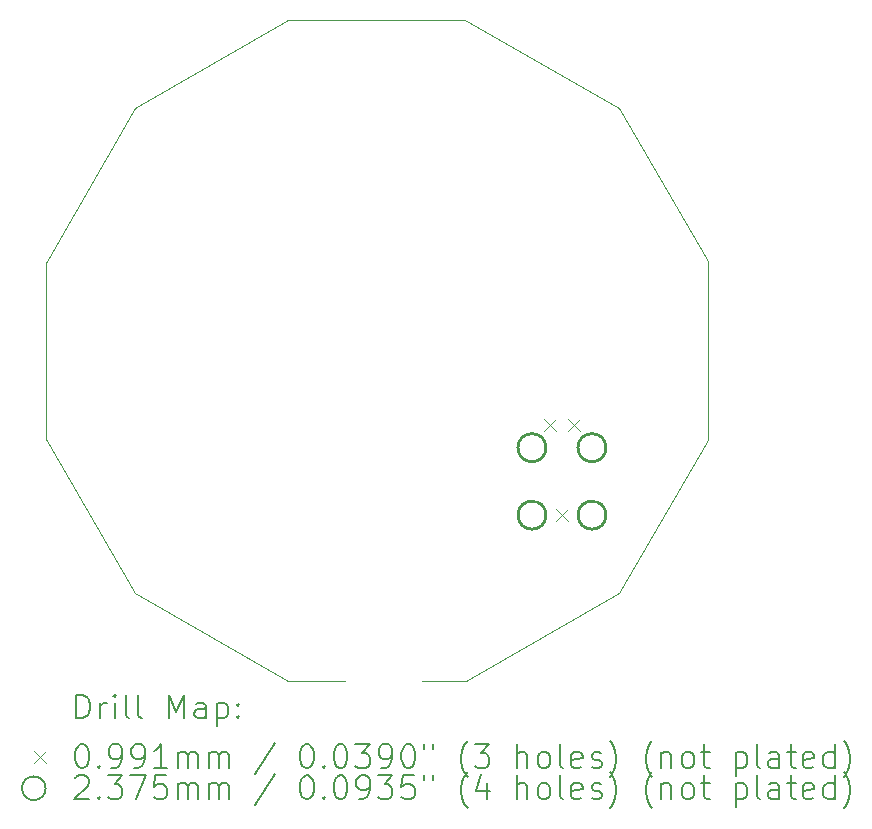
<source format=gbr>
%TF.GenerationSoftware,KiCad,Pcbnew,7.0.5-7.0.5~ubuntu22.04.1*%
%TF.CreationDate,2023-06-05T00:28:18-04:00*%
%TF.ProjectId,reaction-trainer,72656163-7469-46f6-9e2d-747261696e65,1.0*%
%TF.SameCoordinates,Original*%
%TF.FileFunction,Drillmap*%
%TF.FilePolarity,Positive*%
%FSLAX45Y45*%
G04 Gerber Fmt 4.5, Leading zero omitted, Abs format (unit mm)*
G04 Created by KiCad (PCBNEW 7.0.5-7.0.5~ubuntu22.04.1) date 2023-06-05 00:28:18*
%MOMM*%
%LPD*%
G01*
G04 APERTURE LIST*
%ADD10C,0.100000*%
%ADD11C,0.200000*%
%ADD12C,0.099060*%
%ADD13C,0.237490*%
G04 APERTURE END LIST*
D10*
X11450000Y-6950000D02*
X12745000Y-6200000D01*
X15550000Y-6950000D02*
X14250000Y-6200000D01*
X10700000Y-8255000D02*
X11450000Y-6950000D01*
X16300000Y-8245000D02*
X15550000Y-6950000D01*
X15550000Y-11050000D02*
X16300000Y-9755000D01*
X14255000Y-11796780D02*
X15550000Y-11050000D01*
X11450000Y-11050000D02*
X12745000Y-11796780D01*
X10700000Y-9750000D02*
X11450000Y-11050000D01*
X13881680Y-11796780D02*
X14255000Y-11796780D01*
X13226680Y-11796780D02*
X12745000Y-11796780D01*
X16300000Y-8245000D02*
X16300000Y-9755000D01*
X12745000Y-6200000D02*
X14250000Y-6200000D01*
X10700000Y-9750000D02*
X10700000Y-8255000D01*
D11*
D12*
X14916150Y-9582150D02*
X15015210Y-9681210D01*
X15015210Y-9582150D02*
X14916150Y-9681210D01*
X15017750Y-10344150D02*
X15116810Y-10443210D01*
X15116810Y-10344150D02*
X15017750Y-10443210D01*
X15119350Y-9582150D02*
X15218410Y-9681210D01*
X15218410Y-9582150D02*
X15119350Y-9681210D01*
D13*
X14932025Y-9822180D02*
G75*
G03*
X14932025Y-9822180I-118745J0D01*
G01*
X14932025Y-10393680D02*
G75*
G03*
X14932025Y-10393680I-118745J0D01*
G01*
X15440025Y-9822180D02*
G75*
G03*
X15440025Y-9822180I-118745J0D01*
G01*
X15440025Y-10393680D02*
G75*
G03*
X15440025Y-10393680I-118745J0D01*
G01*
D11*
X10955777Y-12113264D02*
X10955777Y-11913264D01*
X10955777Y-11913264D02*
X11003396Y-11913264D01*
X11003396Y-11913264D02*
X11031967Y-11922788D01*
X11031967Y-11922788D02*
X11051015Y-11941835D01*
X11051015Y-11941835D02*
X11060539Y-11960883D01*
X11060539Y-11960883D02*
X11070063Y-11998978D01*
X11070063Y-11998978D02*
X11070063Y-12027549D01*
X11070063Y-12027549D02*
X11060539Y-12065645D01*
X11060539Y-12065645D02*
X11051015Y-12084692D01*
X11051015Y-12084692D02*
X11031967Y-12103740D01*
X11031967Y-12103740D02*
X11003396Y-12113264D01*
X11003396Y-12113264D02*
X10955777Y-12113264D01*
X11155777Y-12113264D02*
X11155777Y-11979930D01*
X11155777Y-12018026D02*
X11165301Y-11998978D01*
X11165301Y-11998978D02*
X11174824Y-11989454D01*
X11174824Y-11989454D02*
X11193872Y-11979930D01*
X11193872Y-11979930D02*
X11212920Y-11979930D01*
X11279586Y-12113264D02*
X11279586Y-11979930D01*
X11279586Y-11913264D02*
X11270062Y-11922788D01*
X11270062Y-11922788D02*
X11279586Y-11932311D01*
X11279586Y-11932311D02*
X11289110Y-11922788D01*
X11289110Y-11922788D02*
X11279586Y-11913264D01*
X11279586Y-11913264D02*
X11279586Y-11932311D01*
X11403396Y-12113264D02*
X11384348Y-12103740D01*
X11384348Y-12103740D02*
X11374824Y-12084692D01*
X11374824Y-12084692D02*
X11374824Y-11913264D01*
X11508158Y-12113264D02*
X11489110Y-12103740D01*
X11489110Y-12103740D02*
X11479586Y-12084692D01*
X11479586Y-12084692D02*
X11479586Y-11913264D01*
X11736729Y-12113264D02*
X11736729Y-11913264D01*
X11736729Y-11913264D02*
X11803396Y-12056121D01*
X11803396Y-12056121D02*
X11870062Y-11913264D01*
X11870062Y-11913264D02*
X11870062Y-12113264D01*
X12051015Y-12113264D02*
X12051015Y-12008502D01*
X12051015Y-12008502D02*
X12041491Y-11989454D01*
X12041491Y-11989454D02*
X12022443Y-11979930D01*
X12022443Y-11979930D02*
X11984348Y-11979930D01*
X11984348Y-11979930D02*
X11965301Y-11989454D01*
X12051015Y-12103740D02*
X12031967Y-12113264D01*
X12031967Y-12113264D02*
X11984348Y-12113264D01*
X11984348Y-12113264D02*
X11965301Y-12103740D01*
X11965301Y-12103740D02*
X11955777Y-12084692D01*
X11955777Y-12084692D02*
X11955777Y-12065645D01*
X11955777Y-12065645D02*
X11965301Y-12046597D01*
X11965301Y-12046597D02*
X11984348Y-12037073D01*
X11984348Y-12037073D02*
X12031967Y-12037073D01*
X12031967Y-12037073D02*
X12051015Y-12027549D01*
X12146253Y-11979930D02*
X12146253Y-12179930D01*
X12146253Y-11989454D02*
X12165301Y-11979930D01*
X12165301Y-11979930D02*
X12203396Y-11979930D01*
X12203396Y-11979930D02*
X12222443Y-11989454D01*
X12222443Y-11989454D02*
X12231967Y-11998978D01*
X12231967Y-11998978D02*
X12241491Y-12018026D01*
X12241491Y-12018026D02*
X12241491Y-12075168D01*
X12241491Y-12075168D02*
X12231967Y-12094216D01*
X12231967Y-12094216D02*
X12222443Y-12103740D01*
X12222443Y-12103740D02*
X12203396Y-12113264D01*
X12203396Y-12113264D02*
X12165301Y-12113264D01*
X12165301Y-12113264D02*
X12146253Y-12103740D01*
X12327205Y-12094216D02*
X12336729Y-12103740D01*
X12336729Y-12103740D02*
X12327205Y-12113264D01*
X12327205Y-12113264D02*
X12317682Y-12103740D01*
X12317682Y-12103740D02*
X12327205Y-12094216D01*
X12327205Y-12094216D02*
X12327205Y-12113264D01*
X12327205Y-11989454D02*
X12336729Y-11998978D01*
X12336729Y-11998978D02*
X12327205Y-12008502D01*
X12327205Y-12008502D02*
X12317682Y-11998978D01*
X12317682Y-11998978D02*
X12327205Y-11989454D01*
X12327205Y-11989454D02*
X12327205Y-12008502D01*
D12*
X10595940Y-12392250D02*
X10695000Y-12491310D01*
X10695000Y-12392250D02*
X10595940Y-12491310D01*
D11*
X10993872Y-12333264D02*
X11012920Y-12333264D01*
X11012920Y-12333264D02*
X11031967Y-12342788D01*
X11031967Y-12342788D02*
X11041491Y-12352311D01*
X11041491Y-12352311D02*
X11051015Y-12371359D01*
X11051015Y-12371359D02*
X11060539Y-12409454D01*
X11060539Y-12409454D02*
X11060539Y-12457073D01*
X11060539Y-12457073D02*
X11051015Y-12495168D01*
X11051015Y-12495168D02*
X11041491Y-12514216D01*
X11041491Y-12514216D02*
X11031967Y-12523740D01*
X11031967Y-12523740D02*
X11012920Y-12533264D01*
X11012920Y-12533264D02*
X10993872Y-12533264D01*
X10993872Y-12533264D02*
X10974824Y-12523740D01*
X10974824Y-12523740D02*
X10965301Y-12514216D01*
X10965301Y-12514216D02*
X10955777Y-12495168D01*
X10955777Y-12495168D02*
X10946253Y-12457073D01*
X10946253Y-12457073D02*
X10946253Y-12409454D01*
X10946253Y-12409454D02*
X10955777Y-12371359D01*
X10955777Y-12371359D02*
X10965301Y-12352311D01*
X10965301Y-12352311D02*
X10974824Y-12342788D01*
X10974824Y-12342788D02*
X10993872Y-12333264D01*
X11146253Y-12514216D02*
X11155777Y-12523740D01*
X11155777Y-12523740D02*
X11146253Y-12533264D01*
X11146253Y-12533264D02*
X11136729Y-12523740D01*
X11136729Y-12523740D02*
X11146253Y-12514216D01*
X11146253Y-12514216D02*
X11146253Y-12533264D01*
X11251015Y-12533264D02*
X11289110Y-12533264D01*
X11289110Y-12533264D02*
X11308158Y-12523740D01*
X11308158Y-12523740D02*
X11317682Y-12514216D01*
X11317682Y-12514216D02*
X11336729Y-12485645D01*
X11336729Y-12485645D02*
X11346253Y-12447549D01*
X11346253Y-12447549D02*
X11346253Y-12371359D01*
X11346253Y-12371359D02*
X11336729Y-12352311D01*
X11336729Y-12352311D02*
X11327205Y-12342788D01*
X11327205Y-12342788D02*
X11308158Y-12333264D01*
X11308158Y-12333264D02*
X11270062Y-12333264D01*
X11270062Y-12333264D02*
X11251015Y-12342788D01*
X11251015Y-12342788D02*
X11241491Y-12352311D01*
X11241491Y-12352311D02*
X11231967Y-12371359D01*
X11231967Y-12371359D02*
X11231967Y-12418978D01*
X11231967Y-12418978D02*
X11241491Y-12438026D01*
X11241491Y-12438026D02*
X11251015Y-12447549D01*
X11251015Y-12447549D02*
X11270062Y-12457073D01*
X11270062Y-12457073D02*
X11308158Y-12457073D01*
X11308158Y-12457073D02*
X11327205Y-12447549D01*
X11327205Y-12447549D02*
X11336729Y-12438026D01*
X11336729Y-12438026D02*
X11346253Y-12418978D01*
X11441491Y-12533264D02*
X11479586Y-12533264D01*
X11479586Y-12533264D02*
X11498634Y-12523740D01*
X11498634Y-12523740D02*
X11508158Y-12514216D01*
X11508158Y-12514216D02*
X11527205Y-12485645D01*
X11527205Y-12485645D02*
X11536729Y-12447549D01*
X11536729Y-12447549D02*
X11536729Y-12371359D01*
X11536729Y-12371359D02*
X11527205Y-12352311D01*
X11527205Y-12352311D02*
X11517682Y-12342788D01*
X11517682Y-12342788D02*
X11498634Y-12333264D01*
X11498634Y-12333264D02*
X11460539Y-12333264D01*
X11460539Y-12333264D02*
X11441491Y-12342788D01*
X11441491Y-12342788D02*
X11431967Y-12352311D01*
X11431967Y-12352311D02*
X11422443Y-12371359D01*
X11422443Y-12371359D02*
X11422443Y-12418978D01*
X11422443Y-12418978D02*
X11431967Y-12438026D01*
X11431967Y-12438026D02*
X11441491Y-12447549D01*
X11441491Y-12447549D02*
X11460539Y-12457073D01*
X11460539Y-12457073D02*
X11498634Y-12457073D01*
X11498634Y-12457073D02*
X11517682Y-12447549D01*
X11517682Y-12447549D02*
X11527205Y-12438026D01*
X11527205Y-12438026D02*
X11536729Y-12418978D01*
X11727205Y-12533264D02*
X11612920Y-12533264D01*
X11670062Y-12533264D02*
X11670062Y-12333264D01*
X11670062Y-12333264D02*
X11651015Y-12361835D01*
X11651015Y-12361835D02*
X11631967Y-12380883D01*
X11631967Y-12380883D02*
X11612920Y-12390407D01*
X11812920Y-12533264D02*
X11812920Y-12399930D01*
X11812920Y-12418978D02*
X11822443Y-12409454D01*
X11822443Y-12409454D02*
X11841491Y-12399930D01*
X11841491Y-12399930D02*
X11870063Y-12399930D01*
X11870063Y-12399930D02*
X11889110Y-12409454D01*
X11889110Y-12409454D02*
X11898634Y-12428502D01*
X11898634Y-12428502D02*
X11898634Y-12533264D01*
X11898634Y-12428502D02*
X11908158Y-12409454D01*
X11908158Y-12409454D02*
X11927205Y-12399930D01*
X11927205Y-12399930D02*
X11955777Y-12399930D01*
X11955777Y-12399930D02*
X11974824Y-12409454D01*
X11974824Y-12409454D02*
X11984348Y-12428502D01*
X11984348Y-12428502D02*
X11984348Y-12533264D01*
X12079586Y-12533264D02*
X12079586Y-12399930D01*
X12079586Y-12418978D02*
X12089110Y-12409454D01*
X12089110Y-12409454D02*
X12108158Y-12399930D01*
X12108158Y-12399930D02*
X12136729Y-12399930D01*
X12136729Y-12399930D02*
X12155777Y-12409454D01*
X12155777Y-12409454D02*
X12165301Y-12428502D01*
X12165301Y-12428502D02*
X12165301Y-12533264D01*
X12165301Y-12428502D02*
X12174824Y-12409454D01*
X12174824Y-12409454D02*
X12193872Y-12399930D01*
X12193872Y-12399930D02*
X12222443Y-12399930D01*
X12222443Y-12399930D02*
X12241491Y-12409454D01*
X12241491Y-12409454D02*
X12251015Y-12428502D01*
X12251015Y-12428502D02*
X12251015Y-12533264D01*
X12641491Y-12323740D02*
X12470063Y-12580883D01*
X12898634Y-12333264D02*
X12917682Y-12333264D01*
X12917682Y-12333264D02*
X12936729Y-12342788D01*
X12936729Y-12342788D02*
X12946253Y-12352311D01*
X12946253Y-12352311D02*
X12955777Y-12371359D01*
X12955777Y-12371359D02*
X12965301Y-12409454D01*
X12965301Y-12409454D02*
X12965301Y-12457073D01*
X12965301Y-12457073D02*
X12955777Y-12495168D01*
X12955777Y-12495168D02*
X12946253Y-12514216D01*
X12946253Y-12514216D02*
X12936729Y-12523740D01*
X12936729Y-12523740D02*
X12917682Y-12533264D01*
X12917682Y-12533264D02*
X12898634Y-12533264D01*
X12898634Y-12533264D02*
X12879586Y-12523740D01*
X12879586Y-12523740D02*
X12870063Y-12514216D01*
X12870063Y-12514216D02*
X12860539Y-12495168D01*
X12860539Y-12495168D02*
X12851015Y-12457073D01*
X12851015Y-12457073D02*
X12851015Y-12409454D01*
X12851015Y-12409454D02*
X12860539Y-12371359D01*
X12860539Y-12371359D02*
X12870063Y-12352311D01*
X12870063Y-12352311D02*
X12879586Y-12342788D01*
X12879586Y-12342788D02*
X12898634Y-12333264D01*
X13051015Y-12514216D02*
X13060539Y-12523740D01*
X13060539Y-12523740D02*
X13051015Y-12533264D01*
X13051015Y-12533264D02*
X13041491Y-12523740D01*
X13041491Y-12523740D02*
X13051015Y-12514216D01*
X13051015Y-12514216D02*
X13051015Y-12533264D01*
X13184348Y-12333264D02*
X13203396Y-12333264D01*
X13203396Y-12333264D02*
X13222444Y-12342788D01*
X13222444Y-12342788D02*
X13231967Y-12352311D01*
X13231967Y-12352311D02*
X13241491Y-12371359D01*
X13241491Y-12371359D02*
X13251015Y-12409454D01*
X13251015Y-12409454D02*
X13251015Y-12457073D01*
X13251015Y-12457073D02*
X13241491Y-12495168D01*
X13241491Y-12495168D02*
X13231967Y-12514216D01*
X13231967Y-12514216D02*
X13222444Y-12523740D01*
X13222444Y-12523740D02*
X13203396Y-12533264D01*
X13203396Y-12533264D02*
X13184348Y-12533264D01*
X13184348Y-12533264D02*
X13165301Y-12523740D01*
X13165301Y-12523740D02*
X13155777Y-12514216D01*
X13155777Y-12514216D02*
X13146253Y-12495168D01*
X13146253Y-12495168D02*
X13136729Y-12457073D01*
X13136729Y-12457073D02*
X13136729Y-12409454D01*
X13136729Y-12409454D02*
X13146253Y-12371359D01*
X13146253Y-12371359D02*
X13155777Y-12352311D01*
X13155777Y-12352311D02*
X13165301Y-12342788D01*
X13165301Y-12342788D02*
X13184348Y-12333264D01*
X13317682Y-12333264D02*
X13441491Y-12333264D01*
X13441491Y-12333264D02*
X13374825Y-12409454D01*
X13374825Y-12409454D02*
X13403396Y-12409454D01*
X13403396Y-12409454D02*
X13422444Y-12418978D01*
X13422444Y-12418978D02*
X13431967Y-12428502D01*
X13431967Y-12428502D02*
X13441491Y-12447549D01*
X13441491Y-12447549D02*
X13441491Y-12495168D01*
X13441491Y-12495168D02*
X13431967Y-12514216D01*
X13431967Y-12514216D02*
X13422444Y-12523740D01*
X13422444Y-12523740D02*
X13403396Y-12533264D01*
X13403396Y-12533264D02*
X13346253Y-12533264D01*
X13346253Y-12533264D02*
X13327206Y-12523740D01*
X13327206Y-12523740D02*
X13317682Y-12514216D01*
X13536729Y-12533264D02*
X13574825Y-12533264D01*
X13574825Y-12533264D02*
X13593872Y-12523740D01*
X13593872Y-12523740D02*
X13603396Y-12514216D01*
X13603396Y-12514216D02*
X13622444Y-12485645D01*
X13622444Y-12485645D02*
X13631967Y-12447549D01*
X13631967Y-12447549D02*
X13631967Y-12371359D01*
X13631967Y-12371359D02*
X13622444Y-12352311D01*
X13622444Y-12352311D02*
X13612920Y-12342788D01*
X13612920Y-12342788D02*
X13593872Y-12333264D01*
X13593872Y-12333264D02*
X13555777Y-12333264D01*
X13555777Y-12333264D02*
X13536729Y-12342788D01*
X13536729Y-12342788D02*
X13527206Y-12352311D01*
X13527206Y-12352311D02*
X13517682Y-12371359D01*
X13517682Y-12371359D02*
X13517682Y-12418978D01*
X13517682Y-12418978D02*
X13527206Y-12438026D01*
X13527206Y-12438026D02*
X13536729Y-12447549D01*
X13536729Y-12447549D02*
X13555777Y-12457073D01*
X13555777Y-12457073D02*
X13593872Y-12457073D01*
X13593872Y-12457073D02*
X13612920Y-12447549D01*
X13612920Y-12447549D02*
X13622444Y-12438026D01*
X13622444Y-12438026D02*
X13631967Y-12418978D01*
X13755777Y-12333264D02*
X13774825Y-12333264D01*
X13774825Y-12333264D02*
X13793872Y-12342788D01*
X13793872Y-12342788D02*
X13803396Y-12352311D01*
X13803396Y-12352311D02*
X13812920Y-12371359D01*
X13812920Y-12371359D02*
X13822444Y-12409454D01*
X13822444Y-12409454D02*
X13822444Y-12457073D01*
X13822444Y-12457073D02*
X13812920Y-12495168D01*
X13812920Y-12495168D02*
X13803396Y-12514216D01*
X13803396Y-12514216D02*
X13793872Y-12523740D01*
X13793872Y-12523740D02*
X13774825Y-12533264D01*
X13774825Y-12533264D02*
X13755777Y-12533264D01*
X13755777Y-12533264D02*
X13736729Y-12523740D01*
X13736729Y-12523740D02*
X13727206Y-12514216D01*
X13727206Y-12514216D02*
X13717682Y-12495168D01*
X13717682Y-12495168D02*
X13708158Y-12457073D01*
X13708158Y-12457073D02*
X13708158Y-12409454D01*
X13708158Y-12409454D02*
X13717682Y-12371359D01*
X13717682Y-12371359D02*
X13727206Y-12352311D01*
X13727206Y-12352311D02*
X13736729Y-12342788D01*
X13736729Y-12342788D02*
X13755777Y-12333264D01*
X13898634Y-12333264D02*
X13898634Y-12371359D01*
X13974825Y-12333264D02*
X13974825Y-12371359D01*
X14270063Y-12609454D02*
X14260539Y-12599930D01*
X14260539Y-12599930D02*
X14241491Y-12571359D01*
X14241491Y-12571359D02*
X14231968Y-12552311D01*
X14231968Y-12552311D02*
X14222444Y-12523740D01*
X14222444Y-12523740D02*
X14212920Y-12476121D01*
X14212920Y-12476121D02*
X14212920Y-12438026D01*
X14212920Y-12438026D02*
X14222444Y-12390407D01*
X14222444Y-12390407D02*
X14231968Y-12361835D01*
X14231968Y-12361835D02*
X14241491Y-12342788D01*
X14241491Y-12342788D02*
X14260539Y-12314216D01*
X14260539Y-12314216D02*
X14270063Y-12304692D01*
X14327206Y-12333264D02*
X14451015Y-12333264D01*
X14451015Y-12333264D02*
X14384348Y-12409454D01*
X14384348Y-12409454D02*
X14412920Y-12409454D01*
X14412920Y-12409454D02*
X14431968Y-12418978D01*
X14431968Y-12418978D02*
X14441491Y-12428502D01*
X14441491Y-12428502D02*
X14451015Y-12447549D01*
X14451015Y-12447549D02*
X14451015Y-12495168D01*
X14451015Y-12495168D02*
X14441491Y-12514216D01*
X14441491Y-12514216D02*
X14431968Y-12523740D01*
X14431968Y-12523740D02*
X14412920Y-12533264D01*
X14412920Y-12533264D02*
X14355777Y-12533264D01*
X14355777Y-12533264D02*
X14336729Y-12523740D01*
X14336729Y-12523740D02*
X14327206Y-12514216D01*
X14689110Y-12533264D02*
X14689110Y-12333264D01*
X14774825Y-12533264D02*
X14774825Y-12428502D01*
X14774825Y-12428502D02*
X14765301Y-12409454D01*
X14765301Y-12409454D02*
X14746253Y-12399930D01*
X14746253Y-12399930D02*
X14717682Y-12399930D01*
X14717682Y-12399930D02*
X14698634Y-12409454D01*
X14698634Y-12409454D02*
X14689110Y-12418978D01*
X14898634Y-12533264D02*
X14879587Y-12523740D01*
X14879587Y-12523740D02*
X14870063Y-12514216D01*
X14870063Y-12514216D02*
X14860539Y-12495168D01*
X14860539Y-12495168D02*
X14860539Y-12438026D01*
X14860539Y-12438026D02*
X14870063Y-12418978D01*
X14870063Y-12418978D02*
X14879587Y-12409454D01*
X14879587Y-12409454D02*
X14898634Y-12399930D01*
X14898634Y-12399930D02*
X14927206Y-12399930D01*
X14927206Y-12399930D02*
X14946253Y-12409454D01*
X14946253Y-12409454D02*
X14955777Y-12418978D01*
X14955777Y-12418978D02*
X14965301Y-12438026D01*
X14965301Y-12438026D02*
X14965301Y-12495168D01*
X14965301Y-12495168D02*
X14955777Y-12514216D01*
X14955777Y-12514216D02*
X14946253Y-12523740D01*
X14946253Y-12523740D02*
X14927206Y-12533264D01*
X14927206Y-12533264D02*
X14898634Y-12533264D01*
X15079587Y-12533264D02*
X15060539Y-12523740D01*
X15060539Y-12523740D02*
X15051015Y-12504692D01*
X15051015Y-12504692D02*
X15051015Y-12333264D01*
X15231968Y-12523740D02*
X15212920Y-12533264D01*
X15212920Y-12533264D02*
X15174825Y-12533264D01*
X15174825Y-12533264D02*
X15155777Y-12523740D01*
X15155777Y-12523740D02*
X15146253Y-12504692D01*
X15146253Y-12504692D02*
X15146253Y-12428502D01*
X15146253Y-12428502D02*
X15155777Y-12409454D01*
X15155777Y-12409454D02*
X15174825Y-12399930D01*
X15174825Y-12399930D02*
X15212920Y-12399930D01*
X15212920Y-12399930D02*
X15231968Y-12409454D01*
X15231968Y-12409454D02*
X15241491Y-12428502D01*
X15241491Y-12428502D02*
X15241491Y-12447549D01*
X15241491Y-12447549D02*
X15146253Y-12466597D01*
X15317682Y-12523740D02*
X15336730Y-12533264D01*
X15336730Y-12533264D02*
X15374825Y-12533264D01*
X15374825Y-12533264D02*
X15393872Y-12523740D01*
X15393872Y-12523740D02*
X15403396Y-12504692D01*
X15403396Y-12504692D02*
X15403396Y-12495168D01*
X15403396Y-12495168D02*
X15393872Y-12476121D01*
X15393872Y-12476121D02*
X15374825Y-12466597D01*
X15374825Y-12466597D02*
X15346253Y-12466597D01*
X15346253Y-12466597D02*
X15327206Y-12457073D01*
X15327206Y-12457073D02*
X15317682Y-12438026D01*
X15317682Y-12438026D02*
X15317682Y-12428502D01*
X15317682Y-12428502D02*
X15327206Y-12409454D01*
X15327206Y-12409454D02*
X15346253Y-12399930D01*
X15346253Y-12399930D02*
X15374825Y-12399930D01*
X15374825Y-12399930D02*
X15393872Y-12409454D01*
X15470063Y-12609454D02*
X15479587Y-12599930D01*
X15479587Y-12599930D02*
X15498634Y-12571359D01*
X15498634Y-12571359D02*
X15508158Y-12552311D01*
X15508158Y-12552311D02*
X15517682Y-12523740D01*
X15517682Y-12523740D02*
X15527206Y-12476121D01*
X15527206Y-12476121D02*
X15527206Y-12438026D01*
X15527206Y-12438026D02*
X15517682Y-12390407D01*
X15517682Y-12390407D02*
X15508158Y-12361835D01*
X15508158Y-12361835D02*
X15498634Y-12342788D01*
X15498634Y-12342788D02*
X15479587Y-12314216D01*
X15479587Y-12314216D02*
X15470063Y-12304692D01*
X15831968Y-12609454D02*
X15822444Y-12599930D01*
X15822444Y-12599930D02*
X15803396Y-12571359D01*
X15803396Y-12571359D02*
X15793872Y-12552311D01*
X15793872Y-12552311D02*
X15784349Y-12523740D01*
X15784349Y-12523740D02*
X15774825Y-12476121D01*
X15774825Y-12476121D02*
X15774825Y-12438026D01*
X15774825Y-12438026D02*
X15784349Y-12390407D01*
X15784349Y-12390407D02*
X15793872Y-12361835D01*
X15793872Y-12361835D02*
X15803396Y-12342788D01*
X15803396Y-12342788D02*
X15822444Y-12314216D01*
X15822444Y-12314216D02*
X15831968Y-12304692D01*
X15908158Y-12399930D02*
X15908158Y-12533264D01*
X15908158Y-12418978D02*
X15917682Y-12409454D01*
X15917682Y-12409454D02*
X15936730Y-12399930D01*
X15936730Y-12399930D02*
X15965301Y-12399930D01*
X15965301Y-12399930D02*
X15984349Y-12409454D01*
X15984349Y-12409454D02*
X15993872Y-12428502D01*
X15993872Y-12428502D02*
X15993872Y-12533264D01*
X16117682Y-12533264D02*
X16098634Y-12523740D01*
X16098634Y-12523740D02*
X16089111Y-12514216D01*
X16089111Y-12514216D02*
X16079587Y-12495168D01*
X16079587Y-12495168D02*
X16079587Y-12438026D01*
X16079587Y-12438026D02*
X16089111Y-12418978D01*
X16089111Y-12418978D02*
X16098634Y-12409454D01*
X16098634Y-12409454D02*
X16117682Y-12399930D01*
X16117682Y-12399930D02*
X16146253Y-12399930D01*
X16146253Y-12399930D02*
X16165301Y-12409454D01*
X16165301Y-12409454D02*
X16174825Y-12418978D01*
X16174825Y-12418978D02*
X16184349Y-12438026D01*
X16184349Y-12438026D02*
X16184349Y-12495168D01*
X16184349Y-12495168D02*
X16174825Y-12514216D01*
X16174825Y-12514216D02*
X16165301Y-12523740D01*
X16165301Y-12523740D02*
X16146253Y-12533264D01*
X16146253Y-12533264D02*
X16117682Y-12533264D01*
X16241492Y-12399930D02*
X16317682Y-12399930D01*
X16270063Y-12333264D02*
X16270063Y-12504692D01*
X16270063Y-12504692D02*
X16279587Y-12523740D01*
X16279587Y-12523740D02*
X16298634Y-12533264D01*
X16298634Y-12533264D02*
X16317682Y-12533264D01*
X16536730Y-12399930D02*
X16536730Y-12599930D01*
X16536730Y-12409454D02*
X16555777Y-12399930D01*
X16555777Y-12399930D02*
X16593873Y-12399930D01*
X16593873Y-12399930D02*
X16612920Y-12409454D01*
X16612920Y-12409454D02*
X16622444Y-12418978D01*
X16622444Y-12418978D02*
X16631968Y-12438026D01*
X16631968Y-12438026D02*
X16631968Y-12495168D01*
X16631968Y-12495168D02*
X16622444Y-12514216D01*
X16622444Y-12514216D02*
X16612920Y-12523740D01*
X16612920Y-12523740D02*
X16593873Y-12533264D01*
X16593873Y-12533264D02*
X16555777Y-12533264D01*
X16555777Y-12533264D02*
X16536730Y-12523740D01*
X16746253Y-12533264D02*
X16727206Y-12523740D01*
X16727206Y-12523740D02*
X16717682Y-12504692D01*
X16717682Y-12504692D02*
X16717682Y-12333264D01*
X16908158Y-12533264D02*
X16908158Y-12428502D01*
X16908158Y-12428502D02*
X16898635Y-12409454D01*
X16898635Y-12409454D02*
X16879587Y-12399930D01*
X16879587Y-12399930D02*
X16841492Y-12399930D01*
X16841492Y-12399930D02*
X16822444Y-12409454D01*
X16908158Y-12523740D02*
X16889111Y-12533264D01*
X16889111Y-12533264D02*
X16841492Y-12533264D01*
X16841492Y-12533264D02*
X16822444Y-12523740D01*
X16822444Y-12523740D02*
X16812920Y-12504692D01*
X16812920Y-12504692D02*
X16812920Y-12485645D01*
X16812920Y-12485645D02*
X16822444Y-12466597D01*
X16822444Y-12466597D02*
X16841492Y-12457073D01*
X16841492Y-12457073D02*
X16889111Y-12457073D01*
X16889111Y-12457073D02*
X16908158Y-12447549D01*
X16974825Y-12399930D02*
X17051015Y-12399930D01*
X17003396Y-12333264D02*
X17003396Y-12504692D01*
X17003396Y-12504692D02*
X17012920Y-12523740D01*
X17012920Y-12523740D02*
X17031968Y-12533264D01*
X17031968Y-12533264D02*
X17051015Y-12533264D01*
X17193873Y-12523740D02*
X17174825Y-12533264D01*
X17174825Y-12533264D02*
X17136730Y-12533264D01*
X17136730Y-12533264D02*
X17117682Y-12523740D01*
X17117682Y-12523740D02*
X17108158Y-12504692D01*
X17108158Y-12504692D02*
X17108158Y-12428502D01*
X17108158Y-12428502D02*
X17117682Y-12409454D01*
X17117682Y-12409454D02*
X17136730Y-12399930D01*
X17136730Y-12399930D02*
X17174825Y-12399930D01*
X17174825Y-12399930D02*
X17193873Y-12409454D01*
X17193873Y-12409454D02*
X17203396Y-12428502D01*
X17203396Y-12428502D02*
X17203396Y-12447549D01*
X17203396Y-12447549D02*
X17108158Y-12466597D01*
X17374825Y-12533264D02*
X17374825Y-12333264D01*
X17374825Y-12523740D02*
X17355777Y-12533264D01*
X17355777Y-12533264D02*
X17317682Y-12533264D01*
X17317682Y-12533264D02*
X17298635Y-12523740D01*
X17298635Y-12523740D02*
X17289111Y-12514216D01*
X17289111Y-12514216D02*
X17279587Y-12495168D01*
X17279587Y-12495168D02*
X17279587Y-12438026D01*
X17279587Y-12438026D02*
X17289111Y-12418978D01*
X17289111Y-12418978D02*
X17298635Y-12409454D01*
X17298635Y-12409454D02*
X17317682Y-12399930D01*
X17317682Y-12399930D02*
X17355777Y-12399930D01*
X17355777Y-12399930D02*
X17374825Y-12409454D01*
X17451016Y-12609454D02*
X17460539Y-12599930D01*
X17460539Y-12599930D02*
X17479587Y-12571359D01*
X17479587Y-12571359D02*
X17489111Y-12552311D01*
X17489111Y-12552311D02*
X17498635Y-12523740D01*
X17498635Y-12523740D02*
X17508158Y-12476121D01*
X17508158Y-12476121D02*
X17508158Y-12438026D01*
X17508158Y-12438026D02*
X17498635Y-12390407D01*
X17498635Y-12390407D02*
X17489111Y-12361835D01*
X17489111Y-12361835D02*
X17479587Y-12342788D01*
X17479587Y-12342788D02*
X17460539Y-12314216D01*
X17460539Y-12314216D02*
X17451016Y-12304692D01*
X10695000Y-12705780D02*
G75*
G03*
X10695000Y-12705780I-100000J0D01*
G01*
X10946253Y-12616311D02*
X10955777Y-12606788D01*
X10955777Y-12606788D02*
X10974824Y-12597264D01*
X10974824Y-12597264D02*
X11022444Y-12597264D01*
X11022444Y-12597264D02*
X11041491Y-12606788D01*
X11041491Y-12606788D02*
X11051015Y-12616311D01*
X11051015Y-12616311D02*
X11060539Y-12635359D01*
X11060539Y-12635359D02*
X11060539Y-12654407D01*
X11060539Y-12654407D02*
X11051015Y-12682978D01*
X11051015Y-12682978D02*
X10936729Y-12797264D01*
X10936729Y-12797264D02*
X11060539Y-12797264D01*
X11146253Y-12778216D02*
X11155777Y-12787740D01*
X11155777Y-12787740D02*
X11146253Y-12797264D01*
X11146253Y-12797264D02*
X11136729Y-12787740D01*
X11136729Y-12787740D02*
X11146253Y-12778216D01*
X11146253Y-12778216D02*
X11146253Y-12797264D01*
X11222443Y-12597264D02*
X11346253Y-12597264D01*
X11346253Y-12597264D02*
X11279586Y-12673454D01*
X11279586Y-12673454D02*
X11308158Y-12673454D01*
X11308158Y-12673454D02*
X11327205Y-12682978D01*
X11327205Y-12682978D02*
X11336729Y-12692502D01*
X11336729Y-12692502D02*
X11346253Y-12711549D01*
X11346253Y-12711549D02*
X11346253Y-12759168D01*
X11346253Y-12759168D02*
X11336729Y-12778216D01*
X11336729Y-12778216D02*
X11327205Y-12787740D01*
X11327205Y-12787740D02*
X11308158Y-12797264D01*
X11308158Y-12797264D02*
X11251015Y-12797264D01*
X11251015Y-12797264D02*
X11231967Y-12787740D01*
X11231967Y-12787740D02*
X11222443Y-12778216D01*
X11412920Y-12597264D02*
X11546253Y-12597264D01*
X11546253Y-12597264D02*
X11460539Y-12797264D01*
X11717682Y-12597264D02*
X11622443Y-12597264D01*
X11622443Y-12597264D02*
X11612920Y-12692502D01*
X11612920Y-12692502D02*
X11622443Y-12682978D01*
X11622443Y-12682978D02*
X11641491Y-12673454D01*
X11641491Y-12673454D02*
X11689110Y-12673454D01*
X11689110Y-12673454D02*
X11708158Y-12682978D01*
X11708158Y-12682978D02*
X11717682Y-12692502D01*
X11717682Y-12692502D02*
X11727205Y-12711549D01*
X11727205Y-12711549D02*
X11727205Y-12759168D01*
X11727205Y-12759168D02*
X11717682Y-12778216D01*
X11717682Y-12778216D02*
X11708158Y-12787740D01*
X11708158Y-12787740D02*
X11689110Y-12797264D01*
X11689110Y-12797264D02*
X11641491Y-12797264D01*
X11641491Y-12797264D02*
X11622443Y-12787740D01*
X11622443Y-12787740D02*
X11612920Y-12778216D01*
X11812920Y-12797264D02*
X11812920Y-12663930D01*
X11812920Y-12682978D02*
X11822443Y-12673454D01*
X11822443Y-12673454D02*
X11841491Y-12663930D01*
X11841491Y-12663930D02*
X11870063Y-12663930D01*
X11870063Y-12663930D02*
X11889110Y-12673454D01*
X11889110Y-12673454D02*
X11898634Y-12692502D01*
X11898634Y-12692502D02*
X11898634Y-12797264D01*
X11898634Y-12692502D02*
X11908158Y-12673454D01*
X11908158Y-12673454D02*
X11927205Y-12663930D01*
X11927205Y-12663930D02*
X11955777Y-12663930D01*
X11955777Y-12663930D02*
X11974824Y-12673454D01*
X11974824Y-12673454D02*
X11984348Y-12692502D01*
X11984348Y-12692502D02*
X11984348Y-12797264D01*
X12079586Y-12797264D02*
X12079586Y-12663930D01*
X12079586Y-12682978D02*
X12089110Y-12673454D01*
X12089110Y-12673454D02*
X12108158Y-12663930D01*
X12108158Y-12663930D02*
X12136729Y-12663930D01*
X12136729Y-12663930D02*
X12155777Y-12673454D01*
X12155777Y-12673454D02*
X12165301Y-12692502D01*
X12165301Y-12692502D02*
X12165301Y-12797264D01*
X12165301Y-12692502D02*
X12174824Y-12673454D01*
X12174824Y-12673454D02*
X12193872Y-12663930D01*
X12193872Y-12663930D02*
X12222443Y-12663930D01*
X12222443Y-12663930D02*
X12241491Y-12673454D01*
X12241491Y-12673454D02*
X12251015Y-12692502D01*
X12251015Y-12692502D02*
X12251015Y-12797264D01*
X12641491Y-12587740D02*
X12470063Y-12844883D01*
X12898634Y-12597264D02*
X12917682Y-12597264D01*
X12917682Y-12597264D02*
X12936729Y-12606788D01*
X12936729Y-12606788D02*
X12946253Y-12616311D01*
X12946253Y-12616311D02*
X12955777Y-12635359D01*
X12955777Y-12635359D02*
X12965301Y-12673454D01*
X12965301Y-12673454D02*
X12965301Y-12721073D01*
X12965301Y-12721073D02*
X12955777Y-12759168D01*
X12955777Y-12759168D02*
X12946253Y-12778216D01*
X12946253Y-12778216D02*
X12936729Y-12787740D01*
X12936729Y-12787740D02*
X12917682Y-12797264D01*
X12917682Y-12797264D02*
X12898634Y-12797264D01*
X12898634Y-12797264D02*
X12879586Y-12787740D01*
X12879586Y-12787740D02*
X12870063Y-12778216D01*
X12870063Y-12778216D02*
X12860539Y-12759168D01*
X12860539Y-12759168D02*
X12851015Y-12721073D01*
X12851015Y-12721073D02*
X12851015Y-12673454D01*
X12851015Y-12673454D02*
X12860539Y-12635359D01*
X12860539Y-12635359D02*
X12870063Y-12616311D01*
X12870063Y-12616311D02*
X12879586Y-12606788D01*
X12879586Y-12606788D02*
X12898634Y-12597264D01*
X13051015Y-12778216D02*
X13060539Y-12787740D01*
X13060539Y-12787740D02*
X13051015Y-12797264D01*
X13051015Y-12797264D02*
X13041491Y-12787740D01*
X13041491Y-12787740D02*
X13051015Y-12778216D01*
X13051015Y-12778216D02*
X13051015Y-12797264D01*
X13184348Y-12597264D02*
X13203396Y-12597264D01*
X13203396Y-12597264D02*
X13222444Y-12606788D01*
X13222444Y-12606788D02*
X13231967Y-12616311D01*
X13231967Y-12616311D02*
X13241491Y-12635359D01*
X13241491Y-12635359D02*
X13251015Y-12673454D01*
X13251015Y-12673454D02*
X13251015Y-12721073D01*
X13251015Y-12721073D02*
X13241491Y-12759168D01*
X13241491Y-12759168D02*
X13231967Y-12778216D01*
X13231967Y-12778216D02*
X13222444Y-12787740D01*
X13222444Y-12787740D02*
X13203396Y-12797264D01*
X13203396Y-12797264D02*
X13184348Y-12797264D01*
X13184348Y-12797264D02*
X13165301Y-12787740D01*
X13165301Y-12787740D02*
X13155777Y-12778216D01*
X13155777Y-12778216D02*
X13146253Y-12759168D01*
X13146253Y-12759168D02*
X13136729Y-12721073D01*
X13136729Y-12721073D02*
X13136729Y-12673454D01*
X13136729Y-12673454D02*
X13146253Y-12635359D01*
X13146253Y-12635359D02*
X13155777Y-12616311D01*
X13155777Y-12616311D02*
X13165301Y-12606788D01*
X13165301Y-12606788D02*
X13184348Y-12597264D01*
X13346253Y-12797264D02*
X13384348Y-12797264D01*
X13384348Y-12797264D02*
X13403396Y-12787740D01*
X13403396Y-12787740D02*
X13412920Y-12778216D01*
X13412920Y-12778216D02*
X13431967Y-12749645D01*
X13431967Y-12749645D02*
X13441491Y-12711549D01*
X13441491Y-12711549D02*
X13441491Y-12635359D01*
X13441491Y-12635359D02*
X13431967Y-12616311D01*
X13431967Y-12616311D02*
X13422444Y-12606788D01*
X13422444Y-12606788D02*
X13403396Y-12597264D01*
X13403396Y-12597264D02*
X13365301Y-12597264D01*
X13365301Y-12597264D02*
X13346253Y-12606788D01*
X13346253Y-12606788D02*
X13336729Y-12616311D01*
X13336729Y-12616311D02*
X13327206Y-12635359D01*
X13327206Y-12635359D02*
X13327206Y-12682978D01*
X13327206Y-12682978D02*
X13336729Y-12702026D01*
X13336729Y-12702026D02*
X13346253Y-12711549D01*
X13346253Y-12711549D02*
X13365301Y-12721073D01*
X13365301Y-12721073D02*
X13403396Y-12721073D01*
X13403396Y-12721073D02*
X13422444Y-12711549D01*
X13422444Y-12711549D02*
X13431967Y-12702026D01*
X13431967Y-12702026D02*
X13441491Y-12682978D01*
X13508158Y-12597264D02*
X13631967Y-12597264D01*
X13631967Y-12597264D02*
X13565301Y-12673454D01*
X13565301Y-12673454D02*
X13593872Y-12673454D01*
X13593872Y-12673454D02*
X13612920Y-12682978D01*
X13612920Y-12682978D02*
X13622444Y-12692502D01*
X13622444Y-12692502D02*
X13631967Y-12711549D01*
X13631967Y-12711549D02*
X13631967Y-12759168D01*
X13631967Y-12759168D02*
X13622444Y-12778216D01*
X13622444Y-12778216D02*
X13612920Y-12787740D01*
X13612920Y-12787740D02*
X13593872Y-12797264D01*
X13593872Y-12797264D02*
X13536729Y-12797264D01*
X13536729Y-12797264D02*
X13517682Y-12787740D01*
X13517682Y-12787740D02*
X13508158Y-12778216D01*
X13812920Y-12597264D02*
X13717682Y-12597264D01*
X13717682Y-12597264D02*
X13708158Y-12692502D01*
X13708158Y-12692502D02*
X13717682Y-12682978D01*
X13717682Y-12682978D02*
X13736729Y-12673454D01*
X13736729Y-12673454D02*
X13784348Y-12673454D01*
X13784348Y-12673454D02*
X13803396Y-12682978D01*
X13803396Y-12682978D02*
X13812920Y-12692502D01*
X13812920Y-12692502D02*
X13822444Y-12711549D01*
X13822444Y-12711549D02*
X13822444Y-12759168D01*
X13822444Y-12759168D02*
X13812920Y-12778216D01*
X13812920Y-12778216D02*
X13803396Y-12787740D01*
X13803396Y-12787740D02*
X13784348Y-12797264D01*
X13784348Y-12797264D02*
X13736729Y-12797264D01*
X13736729Y-12797264D02*
X13717682Y-12787740D01*
X13717682Y-12787740D02*
X13708158Y-12778216D01*
X13898634Y-12597264D02*
X13898634Y-12635359D01*
X13974825Y-12597264D02*
X13974825Y-12635359D01*
X14270063Y-12873454D02*
X14260539Y-12863930D01*
X14260539Y-12863930D02*
X14241491Y-12835359D01*
X14241491Y-12835359D02*
X14231968Y-12816311D01*
X14231968Y-12816311D02*
X14222444Y-12787740D01*
X14222444Y-12787740D02*
X14212920Y-12740121D01*
X14212920Y-12740121D02*
X14212920Y-12702026D01*
X14212920Y-12702026D02*
X14222444Y-12654407D01*
X14222444Y-12654407D02*
X14231968Y-12625835D01*
X14231968Y-12625835D02*
X14241491Y-12606788D01*
X14241491Y-12606788D02*
X14260539Y-12578216D01*
X14260539Y-12578216D02*
X14270063Y-12568692D01*
X14431968Y-12663930D02*
X14431968Y-12797264D01*
X14384348Y-12587740D02*
X14336729Y-12730597D01*
X14336729Y-12730597D02*
X14460539Y-12730597D01*
X14689110Y-12797264D02*
X14689110Y-12597264D01*
X14774825Y-12797264D02*
X14774825Y-12692502D01*
X14774825Y-12692502D02*
X14765301Y-12673454D01*
X14765301Y-12673454D02*
X14746253Y-12663930D01*
X14746253Y-12663930D02*
X14717682Y-12663930D01*
X14717682Y-12663930D02*
X14698634Y-12673454D01*
X14698634Y-12673454D02*
X14689110Y-12682978D01*
X14898634Y-12797264D02*
X14879587Y-12787740D01*
X14879587Y-12787740D02*
X14870063Y-12778216D01*
X14870063Y-12778216D02*
X14860539Y-12759168D01*
X14860539Y-12759168D02*
X14860539Y-12702026D01*
X14860539Y-12702026D02*
X14870063Y-12682978D01*
X14870063Y-12682978D02*
X14879587Y-12673454D01*
X14879587Y-12673454D02*
X14898634Y-12663930D01*
X14898634Y-12663930D02*
X14927206Y-12663930D01*
X14927206Y-12663930D02*
X14946253Y-12673454D01*
X14946253Y-12673454D02*
X14955777Y-12682978D01*
X14955777Y-12682978D02*
X14965301Y-12702026D01*
X14965301Y-12702026D02*
X14965301Y-12759168D01*
X14965301Y-12759168D02*
X14955777Y-12778216D01*
X14955777Y-12778216D02*
X14946253Y-12787740D01*
X14946253Y-12787740D02*
X14927206Y-12797264D01*
X14927206Y-12797264D02*
X14898634Y-12797264D01*
X15079587Y-12797264D02*
X15060539Y-12787740D01*
X15060539Y-12787740D02*
X15051015Y-12768692D01*
X15051015Y-12768692D02*
X15051015Y-12597264D01*
X15231968Y-12787740D02*
X15212920Y-12797264D01*
X15212920Y-12797264D02*
X15174825Y-12797264D01*
X15174825Y-12797264D02*
X15155777Y-12787740D01*
X15155777Y-12787740D02*
X15146253Y-12768692D01*
X15146253Y-12768692D02*
X15146253Y-12692502D01*
X15146253Y-12692502D02*
X15155777Y-12673454D01*
X15155777Y-12673454D02*
X15174825Y-12663930D01*
X15174825Y-12663930D02*
X15212920Y-12663930D01*
X15212920Y-12663930D02*
X15231968Y-12673454D01*
X15231968Y-12673454D02*
X15241491Y-12692502D01*
X15241491Y-12692502D02*
X15241491Y-12711549D01*
X15241491Y-12711549D02*
X15146253Y-12730597D01*
X15317682Y-12787740D02*
X15336730Y-12797264D01*
X15336730Y-12797264D02*
X15374825Y-12797264D01*
X15374825Y-12797264D02*
X15393872Y-12787740D01*
X15393872Y-12787740D02*
X15403396Y-12768692D01*
X15403396Y-12768692D02*
X15403396Y-12759168D01*
X15403396Y-12759168D02*
X15393872Y-12740121D01*
X15393872Y-12740121D02*
X15374825Y-12730597D01*
X15374825Y-12730597D02*
X15346253Y-12730597D01*
X15346253Y-12730597D02*
X15327206Y-12721073D01*
X15327206Y-12721073D02*
X15317682Y-12702026D01*
X15317682Y-12702026D02*
X15317682Y-12692502D01*
X15317682Y-12692502D02*
X15327206Y-12673454D01*
X15327206Y-12673454D02*
X15346253Y-12663930D01*
X15346253Y-12663930D02*
X15374825Y-12663930D01*
X15374825Y-12663930D02*
X15393872Y-12673454D01*
X15470063Y-12873454D02*
X15479587Y-12863930D01*
X15479587Y-12863930D02*
X15498634Y-12835359D01*
X15498634Y-12835359D02*
X15508158Y-12816311D01*
X15508158Y-12816311D02*
X15517682Y-12787740D01*
X15517682Y-12787740D02*
X15527206Y-12740121D01*
X15527206Y-12740121D02*
X15527206Y-12702026D01*
X15527206Y-12702026D02*
X15517682Y-12654407D01*
X15517682Y-12654407D02*
X15508158Y-12625835D01*
X15508158Y-12625835D02*
X15498634Y-12606788D01*
X15498634Y-12606788D02*
X15479587Y-12578216D01*
X15479587Y-12578216D02*
X15470063Y-12568692D01*
X15831968Y-12873454D02*
X15822444Y-12863930D01*
X15822444Y-12863930D02*
X15803396Y-12835359D01*
X15803396Y-12835359D02*
X15793872Y-12816311D01*
X15793872Y-12816311D02*
X15784349Y-12787740D01*
X15784349Y-12787740D02*
X15774825Y-12740121D01*
X15774825Y-12740121D02*
X15774825Y-12702026D01*
X15774825Y-12702026D02*
X15784349Y-12654407D01*
X15784349Y-12654407D02*
X15793872Y-12625835D01*
X15793872Y-12625835D02*
X15803396Y-12606788D01*
X15803396Y-12606788D02*
X15822444Y-12578216D01*
X15822444Y-12578216D02*
X15831968Y-12568692D01*
X15908158Y-12663930D02*
X15908158Y-12797264D01*
X15908158Y-12682978D02*
X15917682Y-12673454D01*
X15917682Y-12673454D02*
X15936730Y-12663930D01*
X15936730Y-12663930D02*
X15965301Y-12663930D01*
X15965301Y-12663930D02*
X15984349Y-12673454D01*
X15984349Y-12673454D02*
X15993872Y-12692502D01*
X15993872Y-12692502D02*
X15993872Y-12797264D01*
X16117682Y-12797264D02*
X16098634Y-12787740D01*
X16098634Y-12787740D02*
X16089111Y-12778216D01*
X16089111Y-12778216D02*
X16079587Y-12759168D01*
X16079587Y-12759168D02*
X16079587Y-12702026D01*
X16079587Y-12702026D02*
X16089111Y-12682978D01*
X16089111Y-12682978D02*
X16098634Y-12673454D01*
X16098634Y-12673454D02*
X16117682Y-12663930D01*
X16117682Y-12663930D02*
X16146253Y-12663930D01*
X16146253Y-12663930D02*
X16165301Y-12673454D01*
X16165301Y-12673454D02*
X16174825Y-12682978D01*
X16174825Y-12682978D02*
X16184349Y-12702026D01*
X16184349Y-12702026D02*
X16184349Y-12759168D01*
X16184349Y-12759168D02*
X16174825Y-12778216D01*
X16174825Y-12778216D02*
X16165301Y-12787740D01*
X16165301Y-12787740D02*
X16146253Y-12797264D01*
X16146253Y-12797264D02*
X16117682Y-12797264D01*
X16241492Y-12663930D02*
X16317682Y-12663930D01*
X16270063Y-12597264D02*
X16270063Y-12768692D01*
X16270063Y-12768692D02*
X16279587Y-12787740D01*
X16279587Y-12787740D02*
X16298634Y-12797264D01*
X16298634Y-12797264D02*
X16317682Y-12797264D01*
X16536730Y-12663930D02*
X16536730Y-12863930D01*
X16536730Y-12673454D02*
X16555777Y-12663930D01*
X16555777Y-12663930D02*
X16593873Y-12663930D01*
X16593873Y-12663930D02*
X16612920Y-12673454D01*
X16612920Y-12673454D02*
X16622444Y-12682978D01*
X16622444Y-12682978D02*
X16631968Y-12702026D01*
X16631968Y-12702026D02*
X16631968Y-12759168D01*
X16631968Y-12759168D02*
X16622444Y-12778216D01*
X16622444Y-12778216D02*
X16612920Y-12787740D01*
X16612920Y-12787740D02*
X16593873Y-12797264D01*
X16593873Y-12797264D02*
X16555777Y-12797264D01*
X16555777Y-12797264D02*
X16536730Y-12787740D01*
X16746253Y-12797264D02*
X16727206Y-12787740D01*
X16727206Y-12787740D02*
X16717682Y-12768692D01*
X16717682Y-12768692D02*
X16717682Y-12597264D01*
X16908158Y-12797264D02*
X16908158Y-12692502D01*
X16908158Y-12692502D02*
X16898635Y-12673454D01*
X16898635Y-12673454D02*
X16879587Y-12663930D01*
X16879587Y-12663930D02*
X16841492Y-12663930D01*
X16841492Y-12663930D02*
X16822444Y-12673454D01*
X16908158Y-12787740D02*
X16889111Y-12797264D01*
X16889111Y-12797264D02*
X16841492Y-12797264D01*
X16841492Y-12797264D02*
X16822444Y-12787740D01*
X16822444Y-12787740D02*
X16812920Y-12768692D01*
X16812920Y-12768692D02*
X16812920Y-12749645D01*
X16812920Y-12749645D02*
X16822444Y-12730597D01*
X16822444Y-12730597D02*
X16841492Y-12721073D01*
X16841492Y-12721073D02*
X16889111Y-12721073D01*
X16889111Y-12721073D02*
X16908158Y-12711549D01*
X16974825Y-12663930D02*
X17051015Y-12663930D01*
X17003396Y-12597264D02*
X17003396Y-12768692D01*
X17003396Y-12768692D02*
X17012920Y-12787740D01*
X17012920Y-12787740D02*
X17031968Y-12797264D01*
X17031968Y-12797264D02*
X17051015Y-12797264D01*
X17193873Y-12787740D02*
X17174825Y-12797264D01*
X17174825Y-12797264D02*
X17136730Y-12797264D01*
X17136730Y-12797264D02*
X17117682Y-12787740D01*
X17117682Y-12787740D02*
X17108158Y-12768692D01*
X17108158Y-12768692D02*
X17108158Y-12692502D01*
X17108158Y-12692502D02*
X17117682Y-12673454D01*
X17117682Y-12673454D02*
X17136730Y-12663930D01*
X17136730Y-12663930D02*
X17174825Y-12663930D01*
X17174825Y-12663930D02*
X17193873Y-12673454D01*
X17193873Y-12673454D02*
X17203396Y-12692502D01*
X17203396Y-12692502D02*
X17203396Y-12711549D01*
X17203396Y-12711549D02*
X17108158Y-12730597D01*
X17374825Y-12797264D02*
X17374825Y-12597264D01*
X17374825Y-12787740D02*
X17355777Y-12797264D01*
X17355777Y-12797264D02*
X17317682Y-12797264D01*
X17317682Y-12797264D02*
X17298635Y-12787740D01*
X17298635Y-12787740D02*
X17289111Y-12778216D01*
X17289111Y-12778216D02*
X17279587Y-12759168D01*
X17279587Y-12759168D02*
X17279587Y-12702026D01*
X17279587Y-12702026D02*
X17289111Y-12682978D01*
X17289111Y-12682978D02*
X17298635Y-12673454D01*
X17298635Y-12673454D02*
X17317682Y-12663930D01*
X17317682Y-12663930D02*
X17355777Y-12663930D01*
X17355777Y-12663930D02*
X17374825Y-12673454D01*
X17451016Y-12873454D02*
X17460539Y-12863930D01*
X17460539Y-12863930D02*
X17479587Y-12835359D01*
X17479587Y-12835359D02*
X17489111Y-12816311D01*
X17489111Y-12816311D02*
X17498635Y-12787740D01*
X17498635Y-12787740D02*
X17508158Y-12740121D01*
X17508158Y-12740121D02*
X17508158Y-12702026D01*
X17508158Y-12702026D02*
X17498635Y-12654407D01*
X17498635Y-12654407D02*
X17489111Y-12625835D01*
X17489111Y-12625835D02*
X17479587Y-12606788D01*
X17479587Y-12606788D02*
X17460539Y-12578216D01*
X17460539Y-12578216D02*
X17451016Y-12568692D01*
M02*

</source>
